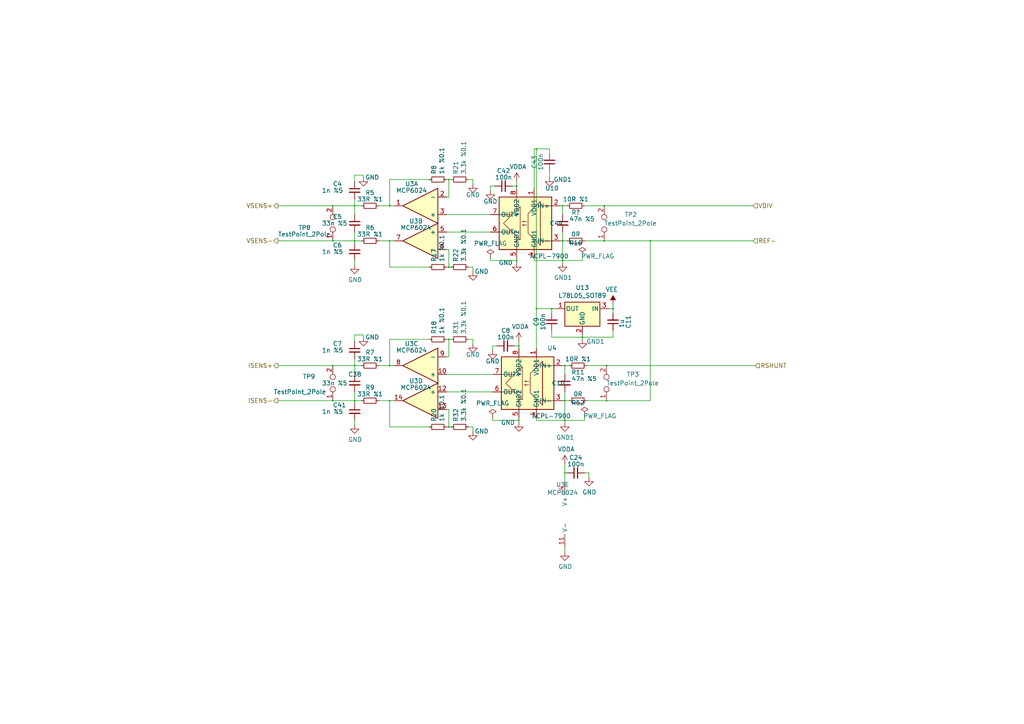
<source format=kicad_sch>
(kicad_sch (version 20201015) (generator eeschema)
  (page 1 7)
  (paper "A4")
  (lib_symbols
    (symbol "Connector:TestPoint_2Pole" (pin_names (offset 0.762) hide)
      (property "Reference" "TP" (at 0 1.524 0))
      (property "Value" "TestPoint_2Pole" (at 0 -1.778 0))
      (symbol "TestPoint_2Pole_0_1"
        (circle (center -1.778 0) (radius 0.762))
        (circle (center 1.778 0) (radius 0.762))
        (pin passive line (at -5.08 0 0) (length 2.54) (name "1") (number "1"))
        (pin passive line (at 5.08 0 180) (length 2.54) (name "2") (number "2"))
      )
    )
    (symbol "Connector:TestPoint_2Pole_1" (pin_names (offset 0.762) hide)
      (property "Reference" "TP" (at 0 1.524 0))
      (property "Value" "TestPoint_2Pole" (at 0 -1.778 0))
      (symbol "TestPoint_2Pole_1_0_1"
        (circle (center -1.778 0) (radius 0.762))
        (circle (center 1.778 0) (radius 0.762))
        (pin passive line (at -5.08 0 0) (length 2.54) (name "1") (number "1"))
        (pin passive line (at 5.08 0 180) (length 2.54) (name "2") (number "2"))
      )
    )
    (symbol "Connector:TestPoint_2Pole_2" (pin_names (offset 0.762) hide)
      (property "Reference" "TP" (at 0 1.524 0))
      (property "Value" "TestPoint_2Pole" (at 0 -1.778 0))
      (symbol "TestPoint_2Pole_2_0_1"
        (circle (center -1.778 0) (radius 0.762))
        (circle (center 1.778 0) (radius 0.762))
        (pin passive line (at -5.08 0 0) (length 2.54) (name "1") (number "1"))
        (pin passive line (at 5.08 0 180) (length 2.54) (name "2") (number "2"))
      )
    )
    (symbol "Connector:TestPoint_2Pole_4" (pin_names (offset 0.762) hide)
      (property "Reference" "TP" (at 0 1.524 0))
      (property "Value" "TestPoint_2Pole" (at 0 -1.778 0))
      (symbol "TestPoint_2Pole_4_0_1"
        (circle (center -1.778 0) (radius 0.762))
        (circle (center 1.778 0) (radius 0.762))
        (pin passive line (at -5.08 0 0) (length 2.54) (name "1") (number "1"))
        (pin passive line (at 5.08 0 180) (length 2.54) (name "2") (number "2"))
      )
    )
    (symbol "Device:C_Small" (pin_numbers hide) (pin_names (offset 0.254) hide)
      (property "Reference" "C" (at 0.254 1.778 0))
      (property "Value" "C_Small" (at 0.254 -2.032 0))
      (symbol "C_Small_0_1"
        (polyline (pts (xy -1.524 -0.508) (xy 1.524 -0.508)) (stroke (width 0.3302)))
        (polyline (pts (xy -1.524 0.508) (xy 1.524 0.508)) (stroke (width 0.3048)))
      )
      (symbol "C_Small_1_1"
        (pin passive line (at 0 2.54 270) (length 2.032) (name "~") (number "1"))
        (pin passive line (at 0 -2.54 90) (length 2.032) (name "~") (number "2"))
      )
    )
    (symbol "Device:C_Small_11" (pin_numbers hide) (pin_names (offset 0.254) hide)
      (property "Reference" "C" (at 0.254 1.778 0))
      (property "Value" "C_Small" (at 0.254 -2.032 0))
      (symbol "C_Small_11_0_1"
        (polyline (pts (xy -1.524 -0.508) (xy 1.524 -0.508)) (stroke (width 0.3302)))
        (polyline (pts (xy -1.524 0.508) (xy 1.524 0.508)) (stroke (width 0.3048)))
      )
      (symbol "C_Small_11_1_1"
        (pin passive line (at 0 2.54 270) (length 2.032) (name "~") (number "1"))
        (pin passive line (at 0 -2.54 90) (length 2.032) (name "~") (number "2"))
      )
    )
    (symbol "Device:C_Small_14" (pin_numbers hide) (pin_names (offset 0.254) hide)
      (property "Reference" "C" (at 0.254 1.778 0))
      (property "Value" "C_Small" (at 0.254 -2.032 0))
      (symbol "C_Small_14_0_1"
        (polyline (pts (xy -1.524 -0.508) (xy 1.524 -0.508)) (stroke (width 0.3302)))
        (polyline (pts (xy -1.524 0.508) (xy 1.524 0.508)) (stroke (width 0.3048)))
      )
      (symbol "C_Small_14_1_1"
        (pin passive line (at 0 2.54 270) (length 2.032) (name "~") (number "1"))
        (pin passive line (at 0 -2.54 90) (length 2.032) (name "~") (number "2"))
      )
    )
    (symbol "Device:C_Small_15" (pin_numbers hide) (pin_names (offset 0.254) hide)
      (property "Reference" "C" (at 0.254 1.778 0))
      (property "Value" "C_Small" (at 0.254 -2.032 0))
      (symbol "C_Small_15_0_1"
        (polyline (pts (xy -1.524 -0.508) (xy 1.524 -0.508)) (stroke (width 0.3302)))
        (polyline (pts (xy -1.524 0.508) (xy 1.524 0.508)) (stroke (width 0.3048)))
      )
      (symbol "C_Small_15_1_1"
        (pin passive line (at 0 2.54 270) (length 2.032) (name "~") (number "1"))
        (pin passive line (at 0 -2.54 90) (length 2.032) (name "~") (number "2"))
      )
    )
    (symbol "Device:C_Small_16" (pin_numbers hide) (pin_names (offset 0.254) hide)
      (property "Reference" "C" (at 0.254 1.778 0))
      (property "Value" "C_Small" (at 0.254 -2.032 0))
      (symbol "C_Small_16_0_1"
        (polyline (pts (xy -1.524 -0.508) (xy 1.524 -0.508)) (stroke (width 0.3302)))
        (polyline (pts (xy -1.524 0.508) (xy 1.524 0.508)) (stroke (width 0.3048)))
      )
      (symbol "C_Small_16_1_1"
        (pin passive line (at 0 2.54 270) (length 2.032) (name "~") (number "1"))
        (pin passive line (at 0 -2.54 90) (length 2.032) (name "~") (number "2"))
      )
    )
    (symbol "Device:C_Small_17" (pin_numbers hide) (pin_names (offset 0.254) hide)
      (property "Reference" "C" (at 0.254 1.778 0))
      (property "Value" "C_Small" (at 0.254 -2.032 0))
      (symbol "C_Small_17_0_1"
        (polyline (pts (xy -1.524 -0.508) (xy 1.524 -0.508)) (stroke (width 0.3302)))
        (polyline (pts (xy -1.524 0.508) (xy 1.524 0.508)) (stroke (width 0.3048)))
      )
      (symbol "C_Small_17_1_1"
        (pin passive line (at 0 2.54 270) (length 2.032) (name "~") (number "1"))
        (pin passive line (at 0 -2.54 90) (length 2.032) (name "~") (number "2"))
      )
    )
    (symbol "Device:C_Small_18" (pin_numbers hide) (pin_names (offset 0.254) hide)
      (property "Reference" "C" (at 0.254 1.778 0))
      (property "Value" "C_Small" (at 0.254 -2.032 0))
      (symbol "C_Small_18_0_1"
        (polyline (pts (xy -1.524 -0.508) (xy 1.524 -0.508)) (stroke (width 0.3302)))
        (polyline (pts (xy -1.524 0.508) (xy 1.524 0.508)) (stroke (width 0.3048)))
      )
      (symbol "C_Small_18_1_1"
        (pin passive line (at 0 2.54 270) (length 2.032) (name "~") (number "1"))
        (pin passive line (at 0 -2.54 90) (length 2.032) (name "~") (number "2"))
      )
    )
    (symbol "Device:C_Small_19" (pin_numbers hide) (pin_names (offset 0.254) hide)
      (property "Reference" "C" (at 0.254 1.778 0))
      (property "Value" "C_Small" (at 0.254 -2.032 0))
      (symbol "C_Small_19_0_1"
        (polyline (pts (xy -1.524 -0.508) (xy 1.524 -0.508)) (stroke (width 0.3302)))
        (polyline (pts (xy -1.524 0.508) (xy 1.524 0.508)) (stroke (width 0.3048)))
      )
      (symbol "C_Small_19_1_1"
        (pin passive line (at 0 2.54 270) (length 2.032) (name "~") (number "1"))
        (pin passive line (at 0 -2.54 90) (length 2.032) (name "~") (number "2"))
      )
    )
    (symbol "Device:C_Small_2" (pin_numbers hide) (pin_names (offset 0.254) hide)
      (property "Reference" "C" (at 0.254 1.778 0))
      (property "Value" "C_Small" (at 0.254 -2.032 0))
      (symbol "C_Small_2_0_1"
        (polyline (pts (xy -1.524 -0.508) (xy 1.524 -0.508)) (stroke (width 0.3302)))
        (polyline (pts (xy -1.524 0.508) (xy 1.524 0.508)) (stroke (width 0.3048)))
      )
      (symbol "C_Small_2_1_1"
        (pin passive line (at 0 2.54 270) (length 2.032) (name "~") (number "1"))
        (pin passive line (at 0 -2.54 90) (length 2.032) (name "~") (number "2"))
      )
    )
    (symbol "Device:C_Small_5" (pin_numbers hide) (pin_names (offset 0.254) hide)
      (property "Reference" "C" (at 0.254 1.778 0))
      (property "Value" "C_Small" (at 0.254 -2.032 0))
      (symbol "C_Small_5_0_1"
        (polyline (pts (xy -1.524 -0.508) (xy 1.524 -0.508)) (stroke (width 0.3302)))
        (polyline (pts (xy -1.524 0.508) (xy 1.524 0.508)) (stroke (width 0.3048)))
      )
      (symbol "C_Small_5_1_1"
        (pin passive line (at 0 2.54 270) (length 2.032) (name "~") (number "1"))
        (pin passive line (at 0 -2.54 90) (length 2.032) (name "~") (number "2"))
      )
    )
    (symbol "Device:C_Small_6" (pin_numbers hide) (pin_names (offset 0.254) hide)
      (property "Reference" "C" (at 0.254 1.778 0))
      (property "Value" "C_Small" (at 0.254 -2.032 0))
      (symbol "C_Small_6_0_1"
        (polyline (pts (xy -1.524 -0.508) (xy 1.524 -0.508)) (stroke (width 0.3302)))
        (polyline (pts (xy -1.524 0.508) (xy 1.524 0.508)) (stroke (width 0.3048)))
      )
      (symbol "C_Small_6_1_1"
        (pin passive line (at 0 2.54 270) (length 2.032) (name "~") (number "1"))
        (pin passive line (at 0 -2.54 90) (length 2.032) (name "~") (number "2"))
      )
    )
    (symbol "Device:C_Small_9" (pin_numbers hide) (pin_names (offset 0.254) hide)
      (property "Reference" "C" (at 0.254 1.778 0))
      (property "Value" "C_Small" (at 0.254 -2.032 0))
      (symbol "C_Small_9_0_1"
        (polyline (pts (xy -1.524 -0.508) (xy 1.524 -0.508)) (stroke (width 0.3302)))
        (polyline (pts (xy -1.524 0.508) (xy 1.524 0.508)) (stroke (width 0.3048)))
      )
      (symbol "C_Small_9_1_1"
        (pin passive line (at 0 2.54 270) (length 2.032) (name "~") (number "1"))
        (pin passive line (at 0 -2.54 90) (length 2.032) (name "~") (number "2"))
      )
    )
    (symbol "Device:R_Small" (pin_numbers hide) (pin_names (offset 0.254) hide)
      (property "Reference" "R" (at 0.762 0.508 0))
      (property "Value" "R_Small" (at 0.762 -1.016 0))
      (symbol "R_Small_0_1"
        (rectangle (start -0.762 1.778) (end 0.762 -1.778) (stroke (width 0.2032)))
      )
      (symbol "R_Small_1_1"
        (pin passive line (at 0 2.54 270) (length 0.762) (name "~") (number "1"))
        (pin passive line (at 0 -2.54 90) (length 0.762) (name "~") (number "2"))
      )
    )
    (symbol "Device:R_Small_15" (pin_numbers hide) (pin_names (offset 0.254) hide)
      (property "Reference" "R" (at 0.762 0.508 0))
      (property "Value" "R_Small" (at 0.762 -1.016 0))
      (symbol "R_Small_15_0_1"
        (rectangle (start -0.762 1.778) (end 0.762 -1.778) (stroke (width 0.2032)))
      )
      (symbol "R_Small_15_1_1"
        (pin passive line (at 0 2.54 270) (length 0.762) (name "~") (number "1"))
        (pin passive line (at 0 -2.54 90) (length 0.762) (name "~") (number "2"))
      )
    )
    (symbol "Device:R_Small_17" (pin_numbers hide) (pin_names (offset 0.254) hide)
      (property "Reference" "R" (at 0.762 0.508 0))
      (property "Value" "R_Small" (at 0.762 -1.016 0))
      (symbol "R_Small_17_0_1"
        (rectangle (start -0.762 1.778) (end 0.762 -1.778) (stroke (width 0.2032)))
      )
      (symbol "R_Small_17_1_1"
        (pin passive line (at 0 2.54 270) (length 0.762) (name "~") (number "1"))
        (pin passive line (at 0 -2.54 90) (length 0.762) (name "~") (number "2"))
      )
    )
    (symbol "Device:R_Small_3" (pin_numbers hide) (pin_names (offset 0.254) hide)
      (property "Reference" "R" (at 0.762 0.508 0))
      (property "Value" "R_Small" (at 0.762 -1.016 0))
      (symbol "R_Small_3_0_1"
        (rectangle (start -0.762 1.778) (end 0.762 -1.778) (stroke (width 0.2032)))
      )
      (symbol "R_Small_3_1_1"
        (pin passive line (at 0 2.54 270) (length 0.762) (name "~") (number "1"))
        (pin passive line (at 0 -2.54 90) (length 0.762) (name "~") (number "2"))
      )
    )
    (symbol "Regulator_Linear:L78L05_SOT89" (pin_names (offset 0.254))
      (property "Reference" "U" (at -3.81 3.175 0))
      (property "Value" "L78L05_SOT89" (at -0.635 3.175 0))
      (symbol "L78L05_SOT89_0_1"
        (rectangle (start -5.08 1.905) (end 5.08 -5.08) (stroke (width 0.254)) (fill (type background)))
      )
      (symbol "L78L05_SOT89_1_1"
        (pin power_out line (at 7.62 0 180) (length 2.54) (name "OUT") (number "1"))
        (pin power_in line (at 0 -7.62 90) (length 2.54) (name "GND") (number "2"))
        (pin power_in line (at -7.62 0 0) (length 2.54) (name "IN") (number "3"))
      )
    )
    (symbol "oe_opamp:ACPL-7900"
      (property "Reference" "U" (at 10.795 8.255 0))
      (property "Value" "ACPL-7900" (at 11.43 10.795 0))
      (symbol "ACPL-7900_0_1"
        (rectangle (start -7.62 6.35) (end 7.62 -8.89) (stroke (width 0.254)) (fill (type background)))
        (polyline (pts (xy -7.62 -6.35) (xy -4.318 -6.35)))
        (polyline (pts (xy -7.62 3.81) (xy -4.318 3.81)))
        (polyline (pts (xy -4.318 5.08) (xy -4.318 -7.62)))
        (polyline (pts (xy -4.064 -6.35) (xy -3.556 -6.35)))
        (polyline (pts (xy -4.064 3.81) (xy -3.556 3.81)))
        (polyline (pts (xy -3.81 4.064) (xy -3.81 3.556)))
        (polyline (pts (xy -2.54 -8.89) (xy -2.54 -5.842)))
        (polyline (pts (xy -2.54 6.35) (xy -2.54 3.302)))
        (polyline (pts (xy 2.54 -8.89) (xy 2.54 -5.08)))
        (polyline (pts (xy 2.54 6.35) (xy 2.54 2.54)))
        (polyline (pts (xy 2.794 1.524) (xy 2.794 1.016)))
        (polyline (pts (xy 3.048 -3.81) (xy 2.54 -3.81)))
        (polyline (pts (xy 3.048 1.27) (xy 2.54 1.27)))
        (polyline (pts (xy 7.62 -3.81) (xy 3.81 -3.81)))
        (polyline (pts (xy 7.62 1.27) (xy 3.81 1.27)))
        (polyline (pts (xy 6.35 -1.27) (xy 1.524 -6.096) (xy 1.524 3.556) (xy 6.35 -1.27)))
        (polyline (pts (xy -4.318 -7.62) (xy -0.762 -4.064) (xy -0.762 1.524) (xy -4.318 5.08) (xy -4.318 -7.62)))
        (polyline (pts (xy -0.381 -1.778) (xy 0.889 -1.778) (xy 0.508 -1.905) (xy 0.508 -1.651) (xy 0.889 -1.778)))
        (polyline (pts (xy -0.381 -0.762) (xy 0.889 -0.762) (xy 0.508 -0.889) (xy 0.508 -0.635) (xy 0.889 -0.762)))
      )
      (symbol "ACPL-7900_1_1"
        (pin power_in line (at -2.54 8.89 270) (length 2.54) (name "VDD1") (number "1"))
        (pin input line (at -10.16 3.81 0) (length 2.54) (name "IN+") (number "2"))
        (pin input line (at -10.16 -6.35 0) (length 2.54) (name "IN-") (number "3"))
        (pin power_in line (at -2.54 -11.43 90) (length 2.54) (name "GND1") (number "4"))
        (pin power_in line (at 2.54 -11.43 90) (length 2.54) (name "GND2") (number "5"))
        (pin output line (at 10.16 -3.81 180) (length 2.54) (name "OUT-") (number "6"))
        (pin output line (at 10.16 1.27 180) (length 2.54) (name "OUT+") (number "7"))
        (pin power_in line (at 2.54 8.89 270) (length 2.54) (name "VDD2") (number "8"))
      )
    )
    (symbol "oe_opamp:MCP6024"
      (property "Reference" "U" (at 5.08 6.985 0))
      (property "Value" "MCP6024" (at 4.445 8.89 0))
      (symbol "MCP6024_1_1"
        (polyline (pts (xy -4.445 5.08) (xy 5.715 0) (xy -4.445 -5.08) (xy -4.445 5.08)) (stroke (width 0.254)) (fill (type background)))
        (pin output line (at 8.255 0 180) (length 2.54) (name "~") (number "1"))
        (pin input line (at -6.985 -2.54 0) (length 2.54) (name "-") (number "2"))
        (pin input line (at -6.985 2.54 0) (length 2.54) (name "+") (number "3"))
      )
      (symbol "MCP6024_2_1"
        (polyline (pts (xy -4.445 5.08) (xy 5.715 0) (xy -4.445 -5.08) (xy -4.445 5.08)) (stroke (width 0.254)) (fill (type background)))
        (pin input line (at -6.985 2.54 0) (length 2.54) (name "+") (number "5"))
        (pin input line (at -6.985 -2.54 0) (length 2.54) (name "-") (number "6"))
        (pin output line (at 8.255 0 180) (length 2.54) (name "~") (number "7"))
      )
      (symbol "MCP6024_3_1"
        (polyline (pts (xy -4.445 5.08) (xy 5.715 0) (xy -4.445 -5.08) (xy -4.445 5.08)) (stroke (width 0.254)) (fill (type background)))
        (pin input line (at -6.985 2.54 0) (length 2.54) (name "+") (number "10"))
        (pin output line (at 8.255 0 180) (length 2.54) (name "~") (number "8"))
        (pin input line (at -6.985 -2.54 0) (length 2.54) (name "-") (number "9"))
      )
      (symbol "MCP6024_4_1"
        (polyline (pts (xy -4.445 5.08) (xy 5.715 0) (xy -4.445 -5.08) (xy -4.445 5.08)) (stroke (width 0.254)) (fill (type background)))
        (pin input line (at -6.985 2.54 0) (length 2.54) (name "+") (number "12"))
        (pin input line (at -6.985 -2.54 0) (length 2.54) (name "-") (number "13"))
        (pin output line (at 8.255 0 180) (length 2.54) (name "~") (number "14"))
      )
      (symbol "MCP6024_5_1"
        (pin power_in line (at 0 -8.89 90) (length 3.81) (name "V-") (number "11"))
        (pin power_in line (at 0 10.16 270) (length 3.81) (name "V+") (number "4"))
      )
    )
    (symbol "power:GND" (power) (pin_names (offset 0))
      (property "Value" "GND" (at 0 -3.81 0))
      (symbol "GND_0_1"
        (polyline (pts (xy 0 0) (xy 0 -1.27) (xy 1.27 -1.27) (xy 0 -2.54) (xy -1.27 -1.27) (xy 0 -1.27)))
      )
      (symbol "GND_1_1"
        (pin power_in line (at 0 0 270) (length 0) hide (name "GND") (number "1"))
      )
    )
    (symbol "power:GND1" (power) (pin_names (offset 0))
      (property "Value" "GND1" (at 0 -3.81 0))
      (symbol "GND1_0_1"
        (polyline (pts (xy 0 0) (xy 0 -1.27) (xy 1.27 -1.27) (xy 0 -2.54) (xy -1.27 -1.27) (xy 0 -1.27)))
      )
      (symbol "GND1_1_1"
        (pin power_in line (at 0 0 270) (length 0) hide (name "GND1") (number "1"))
      )
    )
    (symbol "power:PWR_FLAG" (power) (pin_numbers hide) (pin_names (offset 0) hide)
      (property "Value" "PWR_FLAG" (at 0 3.81 0))
      (symbol "PWR_FLAG_0_1"
        (polyline (pts (xy 0 0) (xy 0 1.27) (xy -1.016 1.905) (xy 0 2.54) (xy 1.016 1.905) (xy 0 1.27)))
      )
      (symbol "PWR_FLAG_0_0"
        (pin power_out line (at 0 0 90) (length 0) (name "pwr") (number "1"))
      )
    )
    (symbol "power:PWR_FLAG_1" (power) (pin_numbers hide) (pin_names (offset 0) hide)
      (property "Value" "PWR_FLAG" (at 0 3.81 0))
      (symbol "PWR_FLAG_1_0_1"
        (polyline (pts (xy 0 0) (xy 0 1.27) (xy -1.016 1.905) (xy 0 2.54) (xy 1.016 1.905) (xy 0 1.27)))
      )
      (symbol "PWR_FLAG_1_0_0"
        (pin power_out line (at 0 0 90) (length 0) (name "pwr") (number "1"))
      )
    )
    (symbol "power:PWR_FLAG_2" (power) (pin_numbers hide) (pin_names (offset 0) hide)
      (property "Value" "PWR_FLAG" (at 0 3.81 0))
      (symbol "PWR_FLAG_2_0_1"
        (polyline (pts (xy 0 0) (xy 0 1.27) (xy -1.016 1.905) (xy 0 2.54) (xy 1.016 1.905) (xy 0 1.27)))
      )
      (symbol "PWR_FLAG_2_0_0"
        (pin power_out line (at 0 0 90) (length 0) (name "pwr") (number "1"))
      )
    )
    (symbol "power:VDDA" (power) (pin_names (offset 0))
      (property "Value" "VDDA" (at 0 3.81 0))
      (symbol "VDDA_0_1"
        (polyline (pts (xy -0.762 1.27) (xy 0 2.54)))
        (polyline (pts (xy 0 0) (xy 0 2.54)))
        (polyline (pts (xy 0 2.54) (xy 0.762 1.27)))
      )
      (symbol "VDDA_1_1"
        (pin power_in line (at 0 0 90) (length 0) hide (name "VDDA") (number "1"))
      )
    )
    (symbol "power:VEE" (power) (pin_names (offset 0))
      (property "Value" "VEE" (at 0 3.81 0))
      (symbol "VEE_0_1"
        (polyline (pts (xy 0 0) (xy 0 2.54)))
        (polyline (pts (xy 0.762 1.27) (xy -0.762 1.27) (xy 0 2.54) (xy 0.762 1.27)) (fill (type outline)))
      )
      (symbol "VEE_1_1"
        (pin power_in line (at 0 0 90) (length 0) hide (name "VEE") (number "1"))
      )
    )
  )
  (junction (at 96.52 59.69) (diameter 0.3048))
  (junction (at 96.52 69.85) (diameter 0.3048))
  (junction (at 96.52 106.045) (diameter 0.3048))
  (junction (at 96.52 116.205) (diameter 0.3048))
  (junction (at 102.87 59.69) (diameter 0.3048))
  (junction (at 102.87 69.85) (diameter 0.3048))
  (junction (at 102.87 106.045) (diameter 0.3048))
  (junction (at 102.87 116.205) (diameter 0.3048))
  (junction (at 113.03 59.69) (diameter 0.3048))
  (junction (at 113.03 69.85) (diameter 0.3048))
  (junction (at 113.03 106.045) (diameter 0.3048))
  (junction (at 113.03 116.205) (diameter 0.3048))
  (junction (at 130.175 52.07) (diameter 0.3048))
  (junction (at 130.175 77.47) (diameter 0.3048))
  (junction (at 130.175 98.425) (diameter 0.3048))
  (junction (at 130.175 123.825) (diameter 0.3048))
  (junction (at 149.86 53.975) (diameter 0.3048))
  (junction (at 149.86 75.565) (diameter 0.3048))
  (junction (at 150.495 100.33) (diameter 0.3048))
  (junction (at 150.495 121.92) (diameter 0.3048))
  (junction (at 155.575 43.18) (diameter 0.3048))
  (junction (at 155.575 89.535) (diameter 0.3048))
  (junction (at 160.02 89.535) (diameter 0.3048))
  (junction (at 163.195 59.69) (diameter 0.3048))
  (junction (at 163.195 69.85) (diameter 0.3048))
  (junction (at 163.195 75.565) (diameter 0.3048))
  (junction (at 163.83 106.045) (diameter 0.3048))
  (junction (at 163.83 116.205) (diameter 0.3048))
  (junction (at 163.83 121.92) (diameter 0.3048))
  (junction (at 163.83 137.16) (diameter 0.3048))
  (junction (at 168.91 97.79) (diameter 0.3048))
  (junction (at 175.26 59.69) (diameter 0.3048))
  (junction (at 175.26 69.85) (diameter 0.3048))
  (junction (at 175.895 106.045) (diameter 0.3048))
  (junction (at 175.895 116.205) (diameter 0.3048))
  (junction (at 177.8 89.535) (diameter 0.3048))
  (junction (at 188.595 69.85) (diameter 0.3048))
  (wire (pts (xy 80.645 59.69) (xy 96.52 59.69)))
  (wire (pts (xy 80.645 69.85) (xy 96.52 69.85)))
  (wire (pts (xy 80.645 106.045) (xy 96.52 106.045)))
  (wire (pts (xy 80.645 116.205) (xy 96.52 116.205)))
  (wire (pts (xy 96.52 59.69) (xy 102.87 59.69)))
  (wire (pts (xy 96.52 69.85) (xy 102.87 69.85)))
  (wire (pts (xy 96.52 106.045) (xy 102.87 106.045)))
  (wire (pts (xy 96.52 116.205) (xy 102.87 116.205)))
  (wire (pts (xy 102.87 50.8) (xy 105.41 50.8)))
  (wire (pts (xy 102.87 52.705) (xy 102.87 50.8)))
  (wire (pts (xy 102.87 57.785) (xy 102.87 59.69)))
  (wire (pts (xy 102.87 59.69) (xy 102.87 62.23)))
  (wire (pts (xy 102.87 59.69) (xy 104.775 59.69)))
  (wire (pts (xy 102.87 67.31) (xy 102.87 69.85)))
  (wire (pts (xy 102.87 69.85) (xy 102.87 70.485)))
  (wire (pts (xy 102.87 69.85) (xy 104.775 69.85)))
  (wire (pts (xy 102.87 75.565) (xy 102.87 76.835)))
  (wire (pts (xy 102.87 97.155) (xy 105.41 97.155)))
  (wire (pts (xy 102.87 99.06) (xy 102.87 97.155)))
  (wire (pts (xy 102.87 104.14) (xy 102.87 106.045)))
  (wire (pts (xy 102.87 106.045) (xy 102.87 108.585)))
  (wire (pts (xy 102.87 106.045) (xy 104.775 106.045)))
  (wire (pts (xy 102.87 113.665) (xy 102.87 116.205)))
  (wire (pts (xy 102.87 116.205) (xy 102.87 116.84)))
  (wire (pts (xy 102.87 116.205) (xy 104.775 116.205)))
  (wire (pts (xy 102.87 121.92) (xy 102.87 123.19)))
  (wire (pts (xy 105.41 50.8) (xy 105.41 51.435)))
  (wire (pts (xy 105.41 97.155) (xy 105.41 97.79)))
  (wire (pts (xy 109.855 59.69) (xy 113.03 59.69)))
  (wire (pts (xy 109.855 69.85) (xy 113.03 69.85)))
  (wire (pts (xy 109.855 106.045) (xy 113.03 106.045)))
  (wire (pts (xy 109.855 116.205) (xy 113.03 116.205)))
  (wire (pts (xy 113.03 52.07) (xy 113.03 59.69)))
  (wire (pts (xy 113.03 59.69) (xy 114.3 59.69)))
  (wire (pts (xy 113.03 69.85) (xy 113.03 77.47)))
  (wire (pts (xy 113.03 69.85) (xy 114.3 69.85)))
  (wire (pts (xy 113.03 77.47) (xy 124.46 77.47)))
  (wire (pts (xy 113.03 98.425) (xy 113.03 106.045)))
  (wire (pts (xy 113.03 106.045) (xy 114.3 106.045)))
  (wire (pts (xy 113.03 116.205) (xy 113.03 123.825)))
  (wire (pts (xy 113.03 116.205) (xy 114.3 116.205)))
  (wire (pts (xy 113.03 123.825) (xy 124.46 123.825)))
  (wire (pts (xy 124.46 52.07) (xy 113.03 52.07)))
  (wire (pts (xy 124.46 98.425) (xy 113.03 98.425)))
  (wire (pts (xy 129.54 57.15) (xy 130.175 57.15)))
  (wire (pts (xy 129.54 62.23) (xy 142.24 62.23)))
  (wire (pts (xy 129.54 67.31) (xy 142.24 67.31)))
  (wire (pts (xy 129.54 72.39) (xy 130.175 72.39)))
  (wire (pts (xy 129.54 103.505) (xy 130.175 103.505)))
  (wire (pts (xy 129.54 108.585) (xy 142.875 108.585)))
  (wire (pts (xy 129.54 113.665) (xy 142.875 113.665)))
  (wire (pts (xy 129.54 118.745) (xy 130.175 118.745)))
  (wire (pts (xy 130.175 52.07) (xy 129.54 52.07)))
  (wire (pts (xy 130.175 52.07) (xy 130.81 52.07)))
  (wire (pts (xy 130.175 57.15) (xy 130.175 52.07)))
  (wire (pts (xy 130.175 72.39) (xy 130.175 77.47)))
  (wire (pts (xy 130.175 77.47) (xy 129.54 77.47)))
  (wire (pts (xy 130.175 77.47) (xy 130.81 77.47)))
  (wire (pts (xy 130.175 98.425) (xy 129.54 98.425)))
  (wire (pts (xy 130.175 98.425) (xy 130.81 98.425)))
  (wire (pts (xy 130.175 103.505) (xy 130.175 98.425)))
  (wire (pts (xy 130.175 118.745) (xy 130.175 123.825)))
  (wire (pts (xy 130.175 123.825) (xy 129.54 123.825)))
  (wire (pts (xy 130.175 123.825) (xy 130.81 123.825)))
  (wire (pts (xy 135.89 52.07) (xy 137.16 52.07)))
  (wire (pts (xy 135.89 77.47) (xy 137.16 77.47)))
  (wire (pts (xy 135.89 98.425) (xy 137.16 98.425)))
  (wire (pts (xy 135.89 123.825) (xy 137.16 123.825)))
  (wire (pts (xy 137.16 52.07) (xy 137.16 53.34)))
  (wire (pts (xy 137.16 77.47) (xy 137.16 78.74)))
  (wire (pts (xy 137.16 98.425) (xy 137.16 99.695)))
  (wire (pts (xy 137.16 123.825) (xy 137.16 125.095)))
  (wire (pts (xy 142.24 53.975) (xy 143.51 53.975)))
  (wire (pts (xy 142.24 55.245) (xy 142.24 53.975)))
  (wire (pts (xy 142.24 74.93) (xy 142.24 75.565)))
  (wire (pts (xy 142.24 75.565) (xy 149.86 75.565)))
  (wire (pts (xy 142.875 100.33) (xy 144.145 100.33)))
  (wire (pts (xy 142.875 101.6) (xy 142.875 100.33)))
  (wire (pts (xy 142.875 121.285) (xy 142.875 121.92)))
  (wire (pts (xy 142.875 121.92) (xy 150.495 121.92)))
  (wire (pts (xy 148.59 53.975) (xy 149.86 53.975)))
  (wire (pts (xy 149.225 100.33) (xy 150.495 100.33)))
  (wire (pts (xy 149.86 52.705) (xy 149.86 53.975)))
  (wire (pts (xy 149.86 53.975) (xy 149.86 54.61)))
  (wire (pts (xy 149.86 74.93) (xy 149.86 75.565)))
  (wire (pts (xy 149.86 75.565) (xy 149.86 76.2)))
  (wire (pts (xy 150.495 99.06) (xy 150.495 100.33)))
  (wire (pts (xy 150.495 100.33) (xy 150.495 100.965)))
  (wire (pts (xy 150.495 121.285) (xy 150.495 121.92)))
  (wire (pts (xy 150.495 121.92) (xy 150.495 122.555)))
  (wire (pts (xy 154.94 43.18) (xy 154.94 54.61)))
  (wire (pts (xy 154.94 43.18) (xy 155.575 43.18)))
  (wire (pts (xy 154.94 74.93) (xy 154.94 75.565)))
  (wire (pts (xy 154.94 75.565) (xy 163.195 75.565)))
  (wire (pts (xy 155.575 43.18) (xy 155.575 89.535)))
  (wire (pts (xy 155.575 43.18) (xy 159.385 43.18)))
  (wire (pts (xy 155.575 89.535) (xy 155.575 100.965)))
  (wire (pts (xy 155.575 89.535) (xy 160.02 89.535)))
  (wire (pts (xy 155.575 121.285) (xy 155.575 121.92)))
  (wire (pts (xy 155.575 121.92) (xy 163.83 121.92)))
  (wire (pts (xy 159.385 43.18) (xy 159.385 44.45)))
  (wire (pts (xy 159.385 51.435) (xy 159.385 49.53)))
  (wire (pts (xy 160.02 89.535) (xy 160.02 90.805)))
  (wire (pts (xy 160.02 89.535) (xy 161.29 89.535)))
  (wire (pts (xy 160.02 97.79) (xy 160.02 95.885)))
  (wire (pts (xy 162.56 59.69) (xy 163.195 59.69)))
  (wire (pts (xy 162.56 69.85) (xy 163.195 69.85)))
  (wire (pts (xy 163.195 59.69) (xy 163.195 62.23)))
  (wire (pts (xy 163.195 59.69) (xy 164.465 59.69)))
  (wire (pts (xy 163.195 67.31) (xy 163.195 69.85)))
  (wire (pts (xy 163.195 69.85) (xy 164.465 69.85)))
  (wire (pts (xy 163.195 75.565) (xy 163.195 69.85)))
  (wire (pts (xy 163.195 75.565) (xy 163.195 76.2)))
  (wire (pts (xy 163.195 75.565) (xy 168.91 75.565)))
  (wire (pts (xy 163.195 106.045) (xy 163.83 106.045)))
  (wire (pts (xy 163.195 116.205) (xy 163.83 116.205)))
  (wire (pts (xy 163.83 106.045) (xy 163.83 108.585)))
  (wire (pts (xy 163.83 106.045) (xy 165.1 106.045)))
  (wire (pts (xy 163.83 113.665) (xy 163.83 116.205)))
  (wire (pts (xy 163.83 116.205) (xy 165.1 116.205)))
  (wire (pts (xy 163.83 121.92) (xy 163.83 116.205)))
  (wire (pts (xy 163.83 121.92) (xy 163.83 122.555)))
  (wire (pts (xy 163.83 121.92) (xy 169.545 121.92)))
  (wire (pts (xy 163.83 134.62) (xy 163.83 137.16)))
  (wire (pts (xy 163.83 137.16) (xy 163.83 139.7)))
  (wire (pts (xy 163.83 137.16) (xy 164.465 137.16)))
  (wire (pts (xy 163.83 158.75) (xy 163.83 160.02)))
  (wire (pts (xy 168.91 75.565) (xy 168.91 74.295)))
  (wire (pts (xy 168.91 97.155) (xy 168.91 97.79)))
  (wire (pts (xy 168.91 97.79) (xy 160.02 97.79)))
  (wire (pts (xy 168.91 97.79) (xy 168.91 98.425)))
  (wire (pts (xy 169.545 59.69) (xy 175.26 59.69)))
  (wire (pts (xy 169.545 69.85) (xy 175.26 69.85)))
  (wire (pts (xy 169.545 121.92) (xy 169.545 120.65)))
  (wire (pts (xy 169.545 137.16) (xy 170.815 137.16)))
  (wire (pts (xy 170.18 106.045) (xy 175.895 106.045)))
  (wire (pts (xy 170.18 116.205) (xy 175.895 116.205)))
  (wire (pts (xy 170.815 137.16) (xy 170.815 138.43)))
  (wire (pts (xy 175.26 59.69) (xy 218.44 59.69)))
  (wire (pts (xy 175.26 69.85) (xy 188.595 69.85)))
  (wire (pts (xy 175.895 106.045) (xy 219.075 106.045)))
  (wire (pts (xy 175.895 116.205) (xy 188.595 116.205)))
  (wire (pts (xy 177.8 88.265) (xy 177.8 89.535)))
  (wire (pts (xy 177.8 89.535) (xy 176.53 89.535)))
  (wire (pts (xy 177.8 90.805) (xy 177.8 89.535)))
  (wire (pts (xy 177.8 95.885) (xy 177.8 97.79)))
  (wire (pts (xy 177.8 97.79) (xy 168.91 97.79)))
  (wire (pts (xy 188.595 69.85) (xy 218.44 69.85)))
  (wire (pts (xy 188.595 116.205) (xy 188.595 69.85)))
  (hierarchical_label "VSENS+" (shape output) (at 80.645 59.69 180))
  (hierarchical_label "VSENS-" (shape output) (at 80.645 69.85 180))
  (hierarchical_label "ISENS+" (shape output) (at 80.645 106.045 180))
  (hierarchical_label "ISENS-" (shape output) (at 80.645 116.205 180))
  (hierarchical_label "VDIV" (shape input) (at 218.44 59.69 0))
  (hierarchical_label "REF-" (shape input) (at 218.44 69.85 0))
  (hierarchical_label "RSHUNT" (shape input) (at 219.075 106.045 0))
  (symbol (lib_name "power:PWR_FLAG_2") (lib_id "power:PWR_FLAG") (at 142.24 74.93 0) (unit 1)
    (property "Reference" "#FLG0111" (effects hide))
    (property "Value" "PWR_FLAG" (at 142.24 70.612 0))
  )
  (symbol (lib_id "power:PWR_FLAG") (at 142.875 121.285 0) (unit 1)
    (property "Reference" "#FLG0104" (effects hide))
    (property "Value" "PWR_FLAG" (at 142.875 116.967 0))
  )
  (symbol (lib_name "power:PWR_FLAG_1") (lib_id "power:PWR_FLAG") (at 168.91 74.295 0) (unit 1)
    (property "Reference" "#FLG0112" (effects hide))
    (property "Value" "PWR_FLAG" (at 173.355 74.295 0))
  )
  (symbol (lib_id "power:PWR_FLAG") (at 169.545 120.65 0) (unit 1)
    (property "Reference" "#FLG0105" (effects hide))
    (property "Value" "PWR_FLAG" (at 173.99 120.65 0))
  )
  (symbol (lib_id "power:VDDA") (at 149.86 52.705 0) (unit 1)
    (property "Reference" "#PWR0141" (effects hide))
    (property "Value" "VDDA" (at 150.241 48.387 0))
  )
  (symbol (lib_id "power:VDDA") (at 150.495 99.06 0) (unit 1)
    (property "Reference" "#PWR023" (effects hide))
    (property "Value" "VDDA" (at 150.876 94.742 0))
  )
  (symbol (lib_id "power:VDDA") (at 163.83 134.62 0) (unit 1)
    (property "Reference" "#PWR026" (effects hide))
    (property "Value" "VDDA" (at 164.211 130.302 0))
  )
  (symbol (lib_id "power:VEE") (at 177.8 88.265 0) (mirror y) (unit 1)
    (property "Reference" "#PWR018" (effects hide))
    (property "Value" "VEE" (at 177.419 83.947 0))
  )
  (symbol (lib_id "power:GND") (at 102.87 76.835 0) (unit 1)
    (property "Reference" "#PWR0144" (effects hide))
    (property "Value" "GND" (at 102.997 81.153 0))
  )
  (symbol (lib_id "power:GND") (at 102.87 123.19 0) (unit 1)
    (property "Reference" "#PWR0137" (effects hide))
    (property "Value" "GND" (at 102.997 127.508 0))
  )
  (symbol (lib_id "power:GND") (at 105.41 51.435 0) (unit 1)
    (property "Reference" "#PWR0140" (effects hide))
    (property "Value" "GND" (at 107.95 51.435 0))
  )
  (symbol (lib_id "power:GND") (at 105.41 97.79 0) (unit 1)
    (property "Reference" "#PWR0134" (effects hide))
    (property "Value" "GND" (at 107.95 97.79 0))
  )
  (symbol (lib_id "power:GND") (at 137.16 53.34 0) (unit 1)
    (property "Reference" "#PWR0145" (effects hide))
    (property "Value" "GND" (at 137.16 56.515 0))
  )
  (symbol (lib_id "power:GND") (at 137.16 78.74 0) (unit 1)
    (property "Reference" "#PWR0135" (effects hide))
    (property "Value" "GND" (at 139.7 78.74 0))
  )
  (symbol (lib_id "power:GND") (at 137.16 99.695 0) (unit 1)
    (property "Reference" "#PWR0136" (effects hide))
    (property "Value" "GND" (at 137.16 102.87 0))
  )
  (symbol (lib_id "power:GND") (at 137.16 125.095 0) (unit 1)
    (property "Reference" "#PWR0143" (effects hide))
    (property "Value" "GND" (at 139.7 125.095 0))
  )
  (symbol (lib_id "power:GND") (at 142.24 55.245 0) (unit 1)
    (property "Reference" "#PWR0146" (effects hide))
    (property "Value" "GND" (at 142.24 58.42 0))
  )
  (symbol (lib_id "power:GND") (at 142.875 101.6 0) (unit 1)
    (property "Reference" "#PWR013" (effects hide))
    (property "Value" "GND" (at 142.875 104.775 0))
  )
  (symbol (lib_id "power:GND") (at 149.86 76.2 0) (unit 1)
    (property "Reference" "#PWR0139" (effects hide))
    (property "Value" "GND" (at 146.685 76.2 0))
  )
  (symbol (lib_id "power:GND") (at 150.495 122.555 0) (unit 1)
    (property "Reference" "#PWR015" (effects hide))
    (property "Value" "GND" (at 147.32 122.555 0))
  )
  (symbol (lib_id "power:GND1") (at 159.385 51.435 0) (unit 1)
    (property "Reference" "#PWR0142" (effects hide))
    (property "Value" "GND1" (at 163.195 52.07 0))
  )
  (symbol (lib_id "power:GND1") (at 163.195 76.2 0) (unit 1)
    (property "Reference" "#PWR0138" (effects hide))
    (property "Value" "GND1" (at 163.322 80.518 0))
  )
  (symbol (lib_id "power:GND1") (at 163.83 122.555 0) (unit 1)
    (property "Reference" "#PWR016" (effects hide))
    (property "Value" "GND1" (at 163.9443 126.8794 0))
  )
  (symbol (lib_id "power:GND") (at 163.83 160.02 0) (unit 1)
    (property "Reference" "#PWR067" (effects hide))
    (property "Value" "GND" (at 163.957 164.338 0))
  )
  (symbol (lib_id "power:GND1") (at 168.91 98.425 0) (unit 1)
    (property "Reference" "#PWR017" (effects hide))
    (property "Value" "GND1" (at 172.72 99.06 0))
  )
  (symbol (lib_id "power:GND") (at 170.815 138.43 0) (unit 1)
    (property "Reference" "#PWR068" (effects hide))
    (property "Value" "GND" (at 170.942 142.748 0))
  )
  (symbol (lib_id "Device:R_Small") (at 107.315 59.69 90) (unit 1)
    (property "Reference" "R5" (at 107.315 55.88 90))
    (property "Value" "33R %1" (at 107.315 57.785 90))
    (property "Footprint" "Resistor_SMD:R_0805_2012Metric" (effects hide))
    (property "Link" "https://ozdisan.com/passive-components/resistors/smt-smd-and-chip-resistors/0805S8F330JT5E" (effects hide))
    (property "Price" "0.00286 USD" (effects hide))
  )
  (symbol (lib_id "Device:R_Small") (at 107.315 69.85 90) (unit 1)
    (property "Reference" "R6" (at 107.315 66.04 90))
    (property "Value" "33R %1" (at 107.315 67.945 90))
    (property "Footprint" "Resistor_SMD:R_0805_2012Metric" (effects hide))
    (property "Link" "https://ozdisan.com/passive-components/resistors/smt-smd-and-chip-resistors/0805S8F330JT5E" (effects hide))
    (property "Price" "0.00286 USD" (effects hide))
  )
  (symbol (lib_id "Device:R_Small") (at 107.315 106.045 90) (unit 1)
    (property "Reference" "R7" (at 107.315 102.235 90))
    (property "Value" "33R %1" (at 107.315 104.14 90))
    (property "Footprint" "Resistor_SMD:R_0805_2012Metric" (effects hide))
    (property "Link" "https://ozdisan.com/passive-components/resistors/smt-smd-and-chip-resistors/0805S8F330JT5E" (effects hide))
    (property "Price" "0.00286 USD" (effects hide))
  )
  (symbol (lib_id "Device:R_Small") (at 107.315 116.205 90) (unit 1)
    (property "Reference" "R9" (at 107.315 112.395 90))
    (property "Value" "33R %1" (at 107.315 114.3 90))
    (property "Footprint" "Resistor_SMD:R_0805_2012Metric" (effects hide))
    (property "Link" "https://ozdisan.com/passive-components/resistors/smt-smd-and-chip-resistors/0805S8F330JT5E" (effects hide))
    (property "Price" "0.00286 USD" (effects hide))
  )
  (symbol (lib_id "Device:R_Small") (at 127 52.07 90) (unit 1)
    (property "Reference" "R8" (at 125.857 50.5714 0) (effects (justify left)))
    (property "Value" "1k %0.1" (at 128.143 50.5714 0) (effects (justify left)))
    (property "Footprint" "Resistor_SMD:R_0805_2012Metric" (effects hide))
    (property "Link" "https://ozdisan.com/passive-components/resistors/smt-smd-and-chip-resistors/0805S8F1001T5E" (effects hide))
    (property "Price" "0.00286 USD" (effects hide))
  )
  (symbol (lib_id "Device:R_Small") (at 127 77.47 90) (unit 1)
    (property "Reference" "R17" (at 125.857 75.9714 0) (effects (justify left)))
    (property "Value" "1k %0.1" (at 128.143 75.9714 0) (effects (justify left)))
    (property "Footprint" "Resistor_SMD:R_0805_2012Metric" (effects hide))
    (property "Link" "https://ozdisan.com/passive-components/resistors/smt-smd-and-chip-resistors/0805S8F1001T5E" (effects hide))
    (property "Price" "0.00286 USD" (effects hide))
  )
  (symbol (lib_id "Device:R_Small") (at 127 98.425 90) (unit 1)
    (property "Reference" "R18" (at 125.857 96.9264 0) (effects (justify left)))
    (property "Value" "1k %0.1" (at 128.143 96.9264 0) (effects (justify left)))
    (property "Footprint" "Resistor_SMD:R_0805_2012Metric" (effects hide))
    (property "Link" "https://ozdisan.com/passive-components/resistors/smt-smd-and-chip-resistors/0805S8F1001T5E" (effects hide))
    (property "Price" "0.00286 USD" (effects hide))
  )
  (symbol (lib_id "Device:R_Small") (at 127 123.825 90) (unit 1)
    (property "Reference" "R20" (at 125.857 122.3264 0) (effects (justify left)))
    (property "Value" "1k %0.1" (at 128.143 122.3264 0) (effects (justify left)))
    (property "Footprint" "Resistor_SMD:R_0805_2012Metric" (effects hide))
    (property "Link" "https://ozdisan.com/passive-components/resistors/smt-smd-and-chip-resistors/0805S8F1001T5E" (effects hide))
    (property "Price" "0.00286 USD" (effects hide))
  )
  (symbol (lib_id "Device:R_Small") (at 133.35 52.07 90) (unit 1)
    (property "Reference" "R21" (at 132.207 50.5714 0) (effects (justify left)))
    (property "Value" "3.3k %0.1" (at 134.493 50.5714 0) (effects (justify left)))
    (property "Footprint" "Resistor_SMD:R_0805_2012Metric" (effects hide))
    (property "Link" "https://ozdisan.com/passive-components/resistors/smt-smd-and-chip-resistors/TC0525B3301T5F" (effects hide))
    (property "Price" "0.09028 USD" (effects hide))
  )
  (symbol (lib_id "Device:R_Small") (at 133.35 77.47 90) (unit 1)
    (property "Reference" "R22" (at 132.207 75.9714 0) (effects (justify left)))
    (property "Value" "3.3k %0.1" (at 134.493 75.9714 0) (effects (justify left)))
    (property "Footprint" "Resistor_SMD:R_0805_2012Metric" (effects hide))
    (property "Link" "https://ozdisan.com/passive-components/resistors/smt-smd-and-chip-resistors/TC0525B3301T5F" (effects hide))
    (property "Price" "0.09028 USD" (effects hide))
  )
  (symbol (lib_id "Device:R_Small") (at 133.35 98.425 90) (unit 1)
    (property "Reference" "R31" (at 132.207 96.9264 0) (effects (justify left)))
    (property "Value" "3.3k %0.1" (at 134.493 96.9264 0) (effects (justify left)))
    (property "Footprint" "Resistor_SMD:R_0805_2012Metric" (effects hide))
    (property "Link" "https://ozdisan.com/passive-components/resistors/smt-smd-and-chip-resistors/TC0525B3301T5F" (effects hide))
    (property "Price" "0.09028 USD" (effects hide))
  )
  (symbol (lib_id "Device:R_Small") (at 133.35 123.825 90) (unit 1)
    (property "Reference" "R32" (at 132.207 122.3264 0) (effects (justify left)))
    (property "Value" "3.3k %0.1" (at 134.493 122.3264 0) (effects (justify left)))
    (property "Footprint" "Resistor_SMD:R_0805_2012Metric" (effects hide))
    (property "Link" "https://ozdisan.com/passive-components/resistors/smt-smd-and-chip-resistors/TC0525B3301T5F" (effects hide))
    (property "Price" "0.09028 USD" (effects hide))
  )
  (symbol (lib_name "Device:R_Small_3") (lib_id "Device:R_Small") (at 167.005 59.69 90) (unit 1)
    (property "Reference" "R?" (at 167.005 61.595 90))
    (property "Value" "10R %1" (at 167.005 57.785 90))
    (property "Footprint" "Resistor_SMD:R_0805_2012Metric" (effects hide))
    (property "Link" "https://ozdisan.com/passive-components/resistors/smt-smd-and-chip-resistors/TC0550F100JT5F" (effects hide))
    (property "Price" "0.02574 USD" (effects hide))
  )
  (symbol (lib_name "Device:R_Small_17") (lib_id "Device:R_Small") (at 167.005 69.85 90) (unit 1)
    (property "Reference" "R16" (at 167.005 70.485 90))
    (property "Value" "0R" (at 167.005 67.945 90))
    (property "Footprint" "Resistor_SMD:R_0805_2012Metric" (effects hide))
    (property "Link" "https://ozdisan.com/passive-components/resistors/smt-smd-and-chip-resistors/0805S8J0000T5E" (effects hide))
    (property "Price" "0.00221 USD" (effects hide))
  )
  (symbol (lib_name "Device:R_Small_3") (lib_id "Device:R_Small") (at 167.64 106.045 90) (unit 1)
    (property "Reference" "R11" (at 167.64 107.95 90))
    (property "Value" "10R %1" (at 167.64 104.14 90))
    (property "Footprint" "Resistor_SMD:R_0805_2012Metric" (effects hide))
    (property "Link" "https://ozdisan.com/passive-components/resistors/smt-smd-and-chip-resistors/TC0550F100JT5F" (effects hide))
    (property "Price" "0.02574 USD" (effects hide))
  )
  (symbol (lib_name "Device:R_Small_15") (lib_id "Device:R_Small") (at 167.64 116.205 90) (unit 1)
    (property "Reference" "R52" (at 167.64 116.84 90))
    (property "Value" "0R" (at 167.64 114.3 90))
    (property "Footprint" "Resistor_SMD:R_0805_2012Metric" (effects hide))
    (property "Link" "https://ozdisan.com/passive-components/resistors/smt-smd-and-chip-resistors/0805S8J0000T5E" (effects hide))
    (property "Price" "0.00221 USD" (effects hide))
  )
  (symbol (lib_name "Device:C_Small_14") (lib_id "Device:C_Small") (at 102.87 55.245 0) (unit 1)
    (property "Reference" "C4" (at 96.52 53.34 0) (effects (justify left)))
    (property "Value" "1n %5" (at 93.345 55.245 0) (effects (justify left)))
    (property "Footprint" "Capacitor_SMD:C_0805_2012Metric" (effects hide))
  )
  (symbol (lib_name "Device:C_Small_16") (lib_id "Device:C_Small") (at 102.87 64.77 0) (unit 1)
    (property "Reference" "C5" (at 96.52 62.865 0) (effects (justify left)))
    (property "Value" "33n %5" (at 93.345 64.77 0) (effects (justify left)))
    (property "Footprint" "Capacitor_SMD:C_0805_2012Metric" (effects hide))
    (property "Link" "https://ozdisan.com/passive-components/capacitors/smt-smd-and-mlcc-capacitors/CL21B333JBANNNC" (effects hide))
    (property "Price" "0.02538 USD" (effects hide))
  )
  (symbol (lib_name "Device:C_Small_15") (lib_id "Device:C_Small") (at 102.87 73.025 0) (unit 1)
    (property "Reference" "C6" (at 96.52 71.12 0) (effects (justify left)))
    (property "Value" "1n %5" (at 93.345 73.025 0) (effects (justify left)))
    (property "Footprint" "Capacitor_SMD:C_0805_2012Metric" (effects hide))
  )
  (symbol (lib_name "Device:C_Small_17") (lib_id "Device:C_Small") (at 102.87 101.6 0) (unit 1)
    (property "Reference" "C7" (at 96.52 99.695 0) (effects (justify left)))
    (property "Value" "1n %5" (at 93.345 101.6 0) (effects (justify left)))
    (property "Footprint" "Capacitor_SMD:C_0805_2012Metric" (effects hide))
  )
  (symbol (lib_name "Device:C_Small_19") (lib_id "Device:C_Small") (at 102.87 111.125 0) (unit 1)
    (property "Reference" "C38" (at 100.965 108.585 0) (effects (justify left)))
    (property "Value" "33n %5" (at 93.345 111.125 0) (effects (justify left)))
    (property "Footprint" "Capacitor_SMD:C_0805_2012Metric" (effects hide))
    (property "Link" "https://ozdisan.com/passive-components/capacitors/smt-smd-and-mlcc-capacitors/CL21B333JBANNNC" (effects hide))
    (property "Price" "0.02538 USD" (effects hide))
  )
  (symbol (lib_name "Device:C_Small_18") (lib_id "Device:C_Small") (at 102.87 119.38 0) (unit 1)
    (property "Reference" "C41" (at 96.52 117.475 0) (effects (justify left)))
    (property "Value" "1n %5" (at 93.345 119.38 0) (effects (justify left)))
    (property "Footprint" "Capacitor_SMD:C_0805_2012Metric" (effects hide))
  )
  (symbol (lib_name "Device:C_Small_11") (lib_id "Device:C_Small") (at 146.05 53.975 90) (unit 1)
    (property "Reference" "C42" (at 146.05 49.53 90))
    (property "Value" "100n" (at 146.05 51.435 90))
    (property "Footprint" "Capacitor_SMD:C_0805_2012Metric" (effects hide))
    (property "Link" "https://ozdisan.com/passive-components/capacitors/smt-smd-and-mlcc-capacitors/CL21B104KBFWPNE" (effects hide))
    (property "Price" "0.01537 USD" (effects hide))
  )
  (symbol (lib_name "Device:C_Small_5") (lib_id "Device:C_Small") (at 146.685 100.33 90) (unit 1)
    (property "Reference" "C8" (at 146.685 95.885 90))
    (property "Value" "100n" (at 146.685 97.79 90))
    (property "Footprint" "Capacitor_SMD:C_0805_2012Metric" (effects hide))
    (property "Link" "https://ozdisan.com/passive-components/capacitors/smt-smd-and-mlcc-capacitors/CL21B104KBFWPNE" (effects hide))
    (property "Price" "0.01537 USD" (effects hide))
  )
  (symbol (lib_name "Device:C_Small_9") (lib_id "Device:C_Small") (at 159.385 46.99 180) (unit 1)
    (property "Reference" "C43" (at 154.94 46.99 90))
    (property "Value" "100n" (at 156.845 46.99 90))
    (property "Footprint" "Capacitor_SMD:C_0805_2012Metric" (effects hide))
    (property "Link" "https://ozdisan.com/passive-components/capacitors/smt-smd-and-mlcc-capacitors/CL21B104KBFWPNE" (effects hide))
    (property "Price" "0.01537 USD" (effects hide))
  )
  (symbol (lib_name "Device:C_Small_6") (lib_id "Device:C_Small") (at 160.02 93.345 180) (unit 1)
    (property "Reference" "C9" (at 155.575 93.345 90))
    (property "Value" "100n" (at 157.48 93.345 90))
    (property "Footprint" "Capacitor_SMD:C_0805_2012Metric" (effects hide))
    (property "Link" "https://ozdisan.com/passive-components/capacitors/smt-smd-and-mlcc-capacitors/CL21B104KBFWPNE" (effects hide))
    (property "Price" "0.01537 USD" (effects hide))
  )
  (symbol (lib_name "Device:C_Small_2") (lib_id "Device:C_Small") (at 163.195 64.77 0) (unit 1)
    (property "Reference" "C44" (at 159.385 64.77 0) (effects (justify left)))
    (property "Value" "47n %5" (at 165.1 63.5 0) (effects (justify left)))
    (property "Footprint" "Capacitor_SMD:C_1206_3216Metric" (effects hide))
    (property "Link" "https://ozdisan.com/passive-components/capacitors/smt-smd-and-mlcc-capacitors/CL31B473JBCNNNC" (effects hide))
    (property "Price" "0.03867 USD" (effects hide))
  )
  (symbol (lib_name "Device:C_Small_2") (lib_id "Device:C_Small") (at 163.83 111.125 0) (unit 1)
    (property "Reference" "C10" (at 160.02 111.125 0) (effects (justify left)))
    (property "Value" "47n %5" (at 165.735 109.855 0) (effects (justify left)))
    (property "Footprint" "Capacitor_SMD:C_1206_3216Metric" (effects hide))
    (property "Link" "https://ozdisan.com/passive-components/capacitors/smt-smd-and-mlcc-capacitors/CL31B473JBCNNNC" (effects hide))
    (property "Price" "0.03867 USD" (effects hide))
  )
  (symbol (lib_id "Device:C_Small") (at 167.005 137.16 90) (unit 1)
    (property "Reference" "C24" (at 167.005 132.715 90))
    (property "Value" "100n" (at 167.005 134.62 90))
    (property "Footprint" "Capacitor_SMD:C_0805_2012Metric" (effects hide))
    (property "Link" "https://ozdisan.com/passive-components/capacitors/smt-smd-and-mlcc-capacitors/CL21B104KBFWPNE" (effects hide))
    (property "Price" "0.01537 USD" (effects hide))
  )
  (symbol (lib_id "Device:C_Small") (at 177.8 93.345 0) (mirror x) (unit 1)
    (property "Reference" "C11" (at 182.245 93.345 90))
    (property "Value" "1u " (at 180.34 93.345 90))
    (property "Footprint" "Capacitor_SMD:C_0805_2012Metric" (effects hide))
    (property "Link" "https://ozdisan.com/passive-components/capacitors/smt-smd-and-mlcc-capacitors/CL21B105KBFNNNE" (effects hide))
    (property "Price" "0.02159 USD" (effects hide))
  )
  (symbol (lib_name "Connector:TestPoint_2Pole_2") (lib_id "Connector:TestPoint_2Pole") (at 96.52 64.77 270) (mirror x) (unit 1)
    (property "Reference" "TP8" (at 90.17 66.04 90) (effects (justify right)))
    (property "Value" "TestPoint_2Pole" (at 95.885 67.945 90) (effects (justify right)))
    (property "Footprint" "Connector_PinHeader_2.54mm:PinHeader_1x02_P2.54mm_Vertical" (effects hide))
    (property "Link" "https://ozdisan.com/connectors-and-interconnects/headers/pin-headers/DS1021-1X2SF11-B" (effects hide))
    (property "Price" "0.01305 USD" (effects hide))
  )
  (symbol (lib_name "Connector:TestPoint_2Pole_4") (lib_id "Connector:TestPoint_2Pole") (at 96.52 111.125 270) (mirror x) (unit 1)
    (property "Reference" "TP9" (at 91.44 109.22 90) (effects (justify right)))
    (property "Value" "TestPoint_2Pole" (at 94.615 113.665 90) (effects (justify right)))
    (property "Footprint" "Connector_PinHeader_2.54mm:PinHeader_1x02_P2.54mm_Vertical" (effects hide))
    (property "Link" "https://ozdisan.com/connectors-and-interconnects/headers/pin-headers/DS1021-1X2SF11-B" (effects hide))
    (property "Price" "0.01305 USD" (effects hide))
  )
  (symbol (lib_name "Connector:TestPoint_2Pole_1") (lib_id "Connector:TestPoint_2Pole") (at 175.26 64.77 270) (mirror x) (unit 1)
    (property "Reference" "TP2" (at 184.785 62.23 90) (effects (justify right)))
    (property "Value" "TestPoint_2Pole" (at 190.5 64.77 90) (effects (justify right)))
    (property "Footprint" "Connector_PinHeader_2.54mm:PinHeader_1x02_P2.54mm_Vertical" (effects hide))
    (property "Link" "https://ozdisan.com/connectors-and-interconnects/headers/pin-headers/DS1021-1X2SF11-B" (effects hide))
    (property "Price" "0.01305 USD" (effects hide))
  )
  (symbol (lib_id "Connector:TestPoint_2Pole") (at 175.895 111.125 270) (mirror x) (unit 1)
    (property "Reference" "TP3" (at 185.42 108.585 90) (effects (justify right)))
    (property "Value" "TestPoint_2Pole" (at 191.135 111.125 90) (effects (justify right)))
    (property "Footprint" "Connector_PinHeader_2.54mm:PinHeader_1x02_P2.54mm_Vertical" (effects hide))
    (property "Link" "https://ozdisan.com/connectors-and-interconnects/headers/pin-headers/DS1021-1X2SF11-B" (effects hide))
    (property "Price" "0.01305 USD" (effects hide))
  )
  (symbol (lib_id "oe_opamp:MCP6024") (at 163.83 149.86 0) (mirror y) (unit 5)
    (property "Reference" "U3" (at 163.195 140.5636 0))
    (property "Value" "MCP6024" (at 163.195 142.875 0))
    (property "Footprint" "Package_SO:SOIC-14_3.9x8.7mm_P1.27mm" (effects hide))
    (property "Link" "https://ozdisan.com/integrated-circuits-ics/linear-ics/amplifiers/MCP6024-ISL" (effects hide))
    (property "Price" "1.67706 USD" (effects hide))
  )
  (symbol (lib_id "Regulator_Linear:L78L05_SOT89") (at 168.91 89.535 0) (mirror y) (unit 1)
    (property "Reference" "U13" (at 168.91 83.4198 0))
    (property "Value" "L78L05_SOT89" (at 168.91 85.7185 0))
    (property "Footprint" "Package_TO_SOT_SMD:SOT-89-3" (effects hide))
    (property "Datasheet" "http://www.st.com/content/ccc/resource/technical/document/datasheet/15/55/e5/aa/23/5b/43/fd/CD00000446.pdf/files/CD00000446.pdf/jcr:content/translations/en.CD00000446.pdf" (effects hide))
    (property "Link" "https://ozdisan.com/integrated-circuits-ics/power-management-ics/linear-voltage-regulators/L78L05ABUTR-HT" (effects hide))
    (property "Price" "0.05185 USD" (effects hide))
  )
  (symbol (lib_id "oe_opamp:MCP6024") (at 122.555 59.69 180) (unit 1)
    (property "Reference" "U3" (at 119.38 53.34 0))
    (property "Value" "MCP6024" (at 119.38 55.245 0))
    (property "Footprint" "Package_SO:SOIC-14_3.9x8.7mm_P1.27mm" (effects hide))
    (property "Link" "https://ozdisan.com/integrated-circuits-ics/linear-ics/amplifiers/MCP6024-ISL" (effects hide))
    (property "Price" "1.67706 USD" (effects hide))
  )
  (symbol (lib_id "oe_opamp:MCP6024") (at 122.555 69.85 0) (mirror y) (unit 2)
    (property "Reference" "U3" (at 120.65 64.135 0))
    (property "Value" "MCP6024" (at 120.65 66.04 0))
    (property "Footprint" "Package_SO:SOIC-14_3.9x8.7mm_P1.27mm" (effects hide))
    (property "Link" "https://ozdisan.com/integrated-circuits-ics/linear-ics/amplifiers/MCP6024-ISL" (effects hide))
    (property "Price" "1.67706 USD" (effects hide))
  )
  (symbol (lib_id "oe_opamp:MCP6024") (at 122.555 106.045 180) (unit 3)
    (property "Reference" "U3" (at 119.38 99.695 0))
    (property "Value" "MCP6024" (at 119.38 101.6 0))
    (property "Footprint" "Package_SO:SOIC-14_3.9x8.7mm_P1.27mm" (effects hide))
    (property "Link" "https://ozdisan.com/integrated-circuits-ics/linear-ics/amplifiers/MCP6024-ISL" (effects hide))
    (property "Price" "1.67706 USD" (effects hide))
  )
  (symbol (lib_id "oe_opamp:MCP6024") (at 122.555 116.205 0) (mirror y) (unit 4)
    (property "Reference" "U3" (at 120.65 110.49 0))
    (property "Value" "MCP6024" (at 120.65 112.395 0))
    (property "Footprint" "Package_SO:SOIC-14_3.9x8.7mm_P1.27mm" (effects hide))
    (property "Link" "https://ozdisan.com/integrated-circuits-ics/linear-ics/amplifiers/MCP6024-ISL" (effects hide))
    (property "Price" "1.67706 USD" (effects hide))
  )
  (symbol (lib_id "oe_opamp:ACPL-7900") (at 152.4 63.5 0) (mirror y) (unit 1)
    (property "Reference" "U10" (at 158.115 54.61 0) (effects (justify right)))
    (property "Value" "ACPL-7900" (at 153.67 74.295 0) (effects (justify right)))
    (property "Footprint" "Package_SO:SSO-8_6.7x9.8mm_P2.54mm_Clearance8mm" (effects hide))
    (property "Link" "https://ozdisan.com/Product/Detail/459212/ACPL-7900-500E" (effects hide))
    (property "Price" "5.40199 USD" (effects hide))
  )
  (symbol (lib_id "oe_opamp:ACPL-7900") (at 153.035 109.855 0) (mirror y) (unit 1)
    (property "Reference" "U4" (at 158.75 100.965 0) (effects (justify right)))
    (property "Value" "ACPL-7900" (at 154.305 120.65 0) (effects (justify right)))
    (property "Footprint" "Package_SO:SSO-8_6.7x9.8mm_P2.54mm_Clearance8mm" (effects hide))
    (property "Link" "https://ozdisan.com/Product/Detail/459212/ACPL-7900-500E" (effects hide))
    (property "Price" "5.40199 USD" (effects hide))
  )
)
</source>
